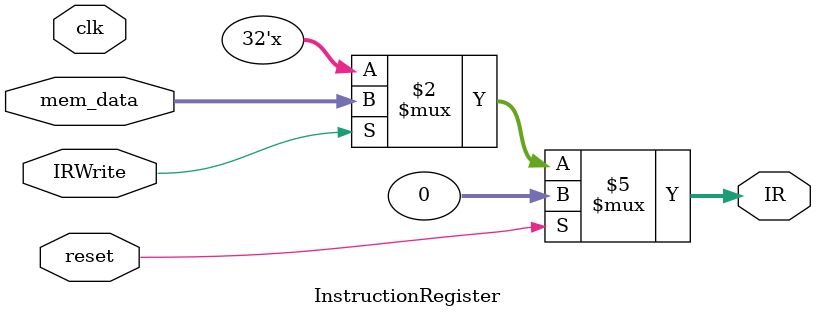
<source format=v>
module InstructionRegister #(parameter data_width = 32) ( 
    input reset, 
	input clk,
    input IRWrite,
    input [data_width - 1 : 0] mem_data,
       	output reg [data_width - 1: 0] IR);

always @(*) begin
    if(reset) IR <= 0;
    else if(IRWrite) IR <= mem_data;
end

endmodule

</source>
